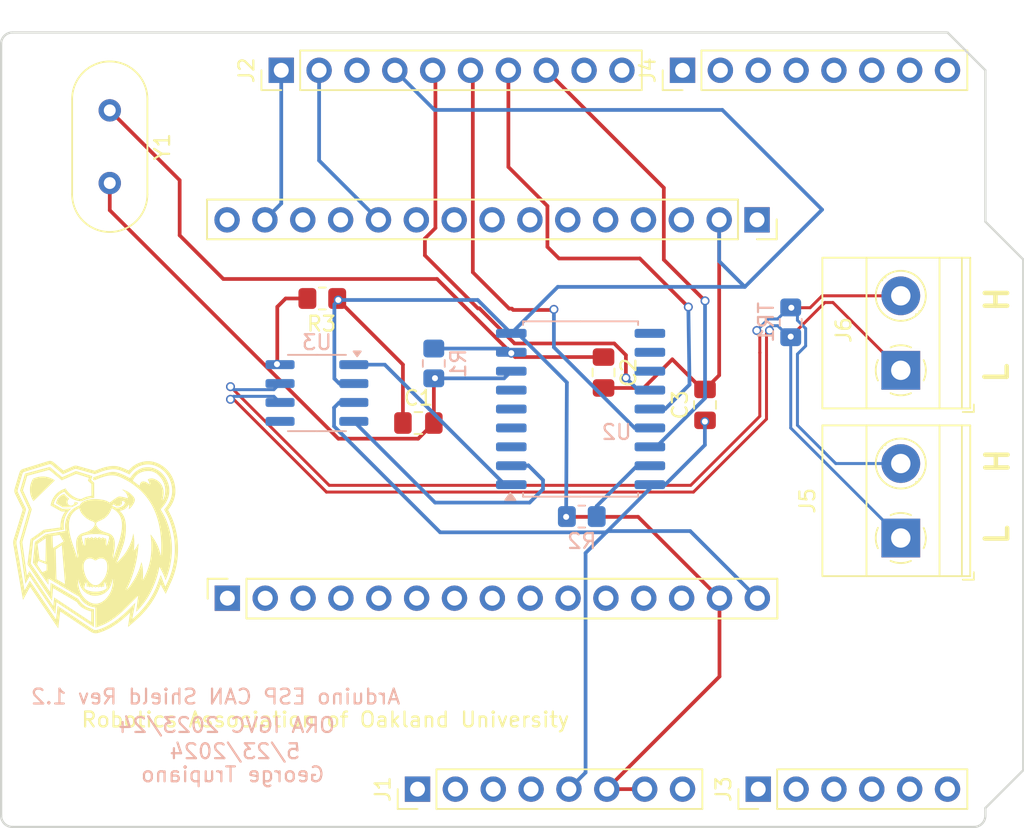
<source format=kicad_pcb>
(kicad_pcb (version 20240108) (generator "pcbnew") (generator_version "8.0")
  (title_block (date "mar. 31 mars 2015"))
  (layers (0 "F.Cu" signal) (31 "B.Cu" signal) (34 "B.Paste" user) (35 "F.Paste" user) (36 "B.SilkS" user "B.Silkscreen") (37 "F.SilkS" user "F.Silkscreen") (38 "B.Mask" user) (39 "F.Mask" user) (44 "Edge.Cuts" user))
  (net 0 "")
  (net 1 "GND")
  (net 3 "+5V")
  (net 9 "Net-(U2-OSC2)")
  (net 10 "Net-(U2-OSC1)")
  (net 23 "SCL")
  (net 24 "SDA")
  (net 25 "CAN+")
  (net 26 "CAN-")
  (net 27 "Net-(U2-~{RESET})")
  (net 28 "Net-(U3-Rs)")
  (net 53 "SCK")
  (net 55 "Net-(U2-TXCAN)")
  (net 58 "SI")
  (net 59 "INT")
  (net 63 "Net-(U2-RXCAN)")
  (net 64 "CS")
  (net 65 "SO")
  (footprint "Connector_PinHeader_2.54mm:PinHeader_1x08_P2.54mm_Vertical" (layer "F.Cu") (at 127.94 97.46 90)
    (property "Reference" "J1" (at 0 -2.33 90) (layer "F.SilkS"))
    (property "Value" "Power")
    (pad "1" thru_hole rect (at 0 0 90) (size 1.7 1.7) (drill 1) (layers "*.Cu" "*.Mask"))
    (pad "2" thru_hole oval (at 0 2.54 90) (size 1.7 1.7) (drill 1) (layers "*.Cu" "*.Mask"))
    (pad "3" thru_hole oval (at 0 5.08 90) (size 1.7 1.7) (drill 1) (layers "*.Cu" "*.Mask"))
    (pad "4" thru_hole oval (at 0 7.62 90) (size 1.7 1.7) (drill 1) (layers "*.Cu" "*.Mask"))
    (pad "5" thru_hole oval (at 0 10.16 90) (size 1.7 1.7) (drill 1) (layers "*.Cu" "*.Mask") (net 3 "+5V"))
    (pad "6" thru_hole oval (at 0 12.7 90) (size 1.7 1.7) (drill 1) (layers "*.Cu" "*.Mask") (net 1 "GND"))
    (pad "7" thru_hole oval (at 0 15.24 90) (size 1.7 1.7) (drill 1) (layers "*.Cu" "*.Mask") (net 1 "GND"))
    (pad "8" thru_hole oval (at 0 17.78 90) (size 1.7 1.7) (drill 1) (layers "*.Cu" "*.Mask"))
  )
  (footprint "Connector_PinHeader_2.54mm:PinHeader_1x06_P2.54mm_Vertical" (layer "F.Cu") (at 150.8 97.46 90)
    (property "Reference" "J3" (at 0 -2.33 90) (layer "F.SilkS"))
    (property "Value" "Analog")
    (pad "1" thru_hole rect (at 0 0 90) (size 1.7 1.7) (drill 1) (layers "*.Cu" "*.Mask"))
    (pad "2" thru_hole oval (at 0 2.54 90) (size 1.7 1.7) (drill 1) (layers "*.Cu" "*.Mask"))
    (pad "3" thru_hole oval (at 0 5.08 90) (size 1.7 1.7) (drill 1) (layers "*.Cu" "*.Mask"))
    (pad "4" thru_hole oval (at 0 7.62 90) (size 1.7 1.7) (drill 1) (layers "*.Cu" "*.Mask"))
    (pad "5" thru_hole oval (at 0 10.16 90) (size 1.7 1.7) (drill 1) (layers "*.Cu" "*.Mask"))
    (pad "6" thru_hole oval (at 0 12.7 90) (size 1.7 1.7) (drill 1) (layers "*.Cu" "*.Mask"))
  )
  (footprint "Connector_PinHeader_2.54mm:PinHeader_1x10_P2.54mm_Vertical" (layer "F.Cu") (at 118.796 49.2 90)
    (property "Reference" "J2" (at 0 -2.33 90) (layer "F.SilkS"))
    (property "Value" "Digital/PWM")
    (pad "1" thru_hole rect (at 0 0 90) (size 1.7 1.7) (drill 1) (layers "*.Cu" "*.Mask") (net 23 "SCL"))
    (pad "2" thru_hole oval (at 0 2.54 90) (size 1.7 1.7) (drill 1) (layers "*.Cu" "*.Mask") (net 24 "SDA"))
    (pad "3" thru_hole oval (at 0 5.08 90) (size 1.7 1.7) (drill 1) (layers "*.Cu" "*.Mask"))
    (pad "4" thru_hole oval (at 0 7.62 90) (size 1.7 1.7) (drill 1) (layers "*.Cu" "*.Mask") (net 1 "GND"))
    (pad "5" thru_hole oval (at 0 10.16 90) (size 1.7 1.7) (drill 1) (layers "*.Cu" "*.Mask") (net 53 "SCK"))
    (pad "6" thru_hole oval (at 0 12.7 90) (size 1.7 1.7) (drill 1) (layers "*.Cu" "*.Mask") (net 65 "SO"))
    (pad "7" thru_hole oval (at 0 15.24 90) (size 1.7 1.7) (drill 1) (layers "*.Cu" "*.Mask") (net 58 "SI"))
    (pad "8" thru_hole oval (at 0 17.78 90) (size 1.7 1.7) (drill 1) (layers "*.Cu" "*.Mask") (net 64 "CS"))
    (pad "9" thru_hole oval (at 0 20.32 90) (size 1.7 1.7) (drill 1) (layers "*.Cu" "*.Mask"))
    (pad "10" thru_hole oval (at 0 22.86 90) (size 1.7 1.7) (drill 1) (layers "*.Cu" "*.Mask"))
  )
  (footprint "Connector_PinHeader_2.54mm:PinHeader_1x08_P2.54mm_Vertical" (layer "F.Cu") (at 145.72 49.2 90)
    (property "Reference" "J4" (at 0 -2.33 90) (layer "F.SilkS"))
    (property "Value" "Digital/PWM")
    (pad "1" thru_hole rect (at 0 0 90) (size 1.7 1.7) (drill 1) (layers "*.Cu" "*.Mask"))
    (pad "2" thru_hole oval (at 0 2.54 90) (size 1.7 1.7) (drill 1) (layers "*.Cu" "*.Mask"))
    (pad "3" thru_hole oval (at 0 5.08 90) (size 1.7 1.7) (drill 1) (layers "*.Cu" "*.Mask"))
    (pad "4" thru_hole oval (at 0 7.62 90) (size 1.7 1.7) (drill 1) (layers "*.Cu" "*.Mask"))
    (pad "5" thru_hole oval (at 0 10.16 90) (size 1.7 1.7) (drill 1) (layers "*.Cu" "*.Mask"))
    (pad "6" thru_hole oval (at 0 12.7 90) (size 1.7 1.7) (drill 1) (layers "*.Cu" "*.Mask"))
    (pad "7" thru_hole oval (at 0 15.24 90) (size 1.7 1.7) (drill 1) (layers "*.Cu" "*.Mask"))
    (pad "8" thru_hole oval (at 0 17.78 90) (size 1.7 1.7) (drill 1) (layers "*.Cu" "*.Mask"))
  )
  (footprint "Capacitor_SMD:C_0805_2012Metric_Pad1.18x1.45mm_HandSolder" (layer "F.Cu") (at 147.23 71.6625 90)
    (property "Reference" "C3" (at 0 -1.68 -90) (layer "F.SilkS"))
    (property "Value" "100nF")
    (pad "1" smd roundrect (at -1.0375 0 90) (size 1.175 1.45) (layers "F.Cu" "F.Paste" "F.Mask") (roundrect_rratio 0.212766) (net 3 "+5V"))
    (pad "2" smd roundrect (at 1.0375 0 90) (size 1.175 1.45) (layers "F.Cu" "F.Paste" "F.Mask") (roundrect_rratio 0.212766) (net 1 "GND"))
  )
  (footprint "Crystal:Crystal_HC49-4H_Vertical" (layer "F.Cu") (at 107.29 51.89 -90)
    (property "Reference" "Y1" (at 2.44 -3.525 90) (layer "F.SilkS"))
    (property "Value" "8Mhz")
    (pad "1" thru_hole circle (at 0 0 270) (size 1.5 1.5) (drill 0.8) (layers "*.Cu" "*.Mask") (net 10 "Net-(U2-OSC1)"))
    (pad "2" thru_hole circle (at 4.88 0 270) (size 1.5 1.5) (drill 0.8) (layers "*.Cu" "*.Mask") (net 9 "Net-(U2-OSC2)"))
  )
  (footprint "TerminalBlock_Phoenix:TerminalBlock_Phoenix_MKDS-1,5-2_1x02_P5.00mm_Horizontal" (layer "F.Cu") (at 160.365 80.6 90)
    (property "Reference" "J5" (at 2.5 -6.26 -90) (layer "F.SilkS"))
    (property "Value" "CAN")
    (pad "1" thru_hole rect (at 0 0 90) (size 2.6 2.6) (drill 1.3) (layers "*.Cu" "*.Mask") (net 26 "CAN-"))
    (pad "2" thru_hole circle (at 5 0 90) (size 2.6 2.6) (drill 1.3) (layers "*.Cu" "*.Mask") (net 25 "CAN+"))
  )
  (footprint "Capacitor_SMD:C_0805_2012Metric_Pad1.18x1.45mm_HandSolder" (layer "F.Cu") (at 140.42 69.49 -90)
    (property "Reference" "C2" (at 0 -1.68 90) (layer "F.SilkS"))
    (property "Value" "22uF")
    (pad "1" smd roundrect (at -1.0375 0 270) (size 1.175 1.45) (layers "F.Cu" "F.Paste" "F.Mask") (roundrect_rratio 0.212766) (net 10 "Net-(U2-OSC1)"))
    (pad "2" smd roundrect (at 1.0375 0 270) (size 1.175 1.45) (layers "F.Cu" "F.Paste" "F.Mask") (roundrect_rratio 0.212766) (net 1 "GND"))
  )
  (footprint "TerminalBlock_Phoenix:TerminalBlock_Phoenix_MKDS-1,5-2_1x02_P5.00mm_Horizontal" (layer "F.Cu") (at 160.365 69.34 90)
    (property "Reference" "J6" (at 2.7 -3.835 -90) (layer "F.SilkS"))
    (property "Value" "CAN")
    (pad "1" thru_hole rect (at 0 0 90) (size 2.6 2.6) (drill 1.3) (layers "*.Cu" "*.Mask") (net 26 "CAN-"))
    (pad "2" thru_hole circle (at 5 0 90) (size 2.6 2.6) (drill 1.3) (layers "*.Cu" "*.Mask") (net 25 "CAN+"))
  )
  (footprint "Capacitor_SMD:C_0805_2012Metric_Pad1.18x1.45mm_HandSolder" (layer "F.Cu") (at 127.9975 72.88)
    (property "Reference" "C1" (at 0 -1.68 0) (layer "F.SilkS"))
    (property "Value" "22uF")
    (pad "1" smd roundrect (at -1.0375 0) (size 1.175 1.45) (layers "F.Cu" "F.Paste" "F.Mask") (roundrect_rratio 0.212766) (net 1 "GND"))
    (pad "2" smd roundrect (at 1.0375 0) (size 1.175 1.45) (layers "F.Cu" "F.Paste" "F.Mask") (roundrect_rratio 0.212766) (net 9 "Net-(U2-OSC2)"))
  )
  (footprint "RF_Module:ESP32_Header" (layer "F.Cu") (at 135.66 72.54 -90)
    (property "Reference" "U1" (hide yes))
    (property "Value" "ESP32-DEVKIT-V1")
    (pad "1" thru_hole rect (at -13.3 -15.06 270) (size 1.7 1.7) (drill 1) (layers "*.Cu" "*.Mask"))
    (pad "2" thru_hole oval (at -13.3 -12.52 270) (size 1.7 1.7) (drill 1) (layers "*.Cu" "*.Mask") (net 1 "GND"))
    (pad "3" thru_hole oval (at -13.3 -9.98 270) (size 1.7 1.7) (drill 1) (layers "*.Cu" "*.Mask"))
    (pad "4" thru_hole oval (at -13.3 -7.44 270) (size 1.7 1.7) (drill 1) (layers "*.Cu" "*.Mask"))
    (pad "5" thru_hole oval (at -13.3 -4.9 270) (size 1.7 1.7) (drill 1) (layers "*.Cu" "*.Mask"))
    (pad "6" thru_hole oval (at -13.3 -2.36 270) (size 1.7 1.7) (drill 1) (layers "*.Cu" "*.Mask"))
    (pad "7" thru_hole oval (at -13.3 0.18 270) (size 1.7 1.7) (drill 1) (layers "*.Cu" "*.Mask"))
    (pad "8" thru_hole oval (at -13.3 2.72 270) (size 1.7 1.7) (drill 1) (layers "*.Cu" "*.Mask"))
    (pad "9" thru_hole oval (at -13.3 5.26 270) (size 1.7 1.7) (drill 1) (layers "*.Cu" "*.Mask"))
    (pad "10" thru_hole oval (at -13.3 7.8 270) (size 1.7 1.7) (drill 1) (layers "*.Cu" "*.Mask"))
    (pad "11" thru_hole oval (at -13.3 10.34 270) (size 1.7 1.7) (drill 1) (layers "*.Cu" "*.Mask") (net 24 "SDA"))
    (pad "12" thru_hole oval (at -13.3 12.88 270) (size 1.7 1.7) (drill 1) (layers "*.Cu" "*.Mask"))
    (pad "13" thru_hole oval (at -13.3 15.42 270) (size 1.7 1.7) (drill 1) (layers "*.Cu" "*.Mask"))
    (pad "14" thru_hole oval (at -13.3 17.96 270) (size 1.7 1.7) (drill 1) (layers "*.Cu" "*.Mask") (net 23 "SCL"))
    (pad "15" thru_hole oval (at -13.3 20.5 270) (size 1.7 1.7) (drill 1) (layers "*.Cu" "*.Mask"))
    (pad "16" thru_hole rect (at 12.1 20.48 90) (size 1.7 1.7) (drill 1) (layers "*.Cu" "*.Mask"))
    (pad "17" thru_hole oval (at 12.1 17.94 90) (size 1.7 1.7) (drill 1) (layers "*.Cu" "*.Mask"))
    (pad "18" thru_hole oval (at 12.1 15.4 90) (size 1.7 1.7) (drill 1) (layers "*.Cu" "*.Mask"))
    (pad "19" thru_hole oval (at 12.1 12.86 90) (size 1.7 1.7) (drill 1) (layers "*.Cu" "*.Mask"))
    (pad "20" thru_hole oval (at 12.1 10.32 90) (size 1.7 1.7) (drill 1) (layers "*.Cu" "*.Mask"))
    (pad "21" thru_hole oval (at 12.1 7.78 90) (size 1.7 1.7) (drill 1) (layers "*.Cu" "*.Mask"))
    (pad "22" thru_hole oval (at 12.1 5.24 90) (size 1.7 1.7) (drill 1) (layers "*.Cu" "*.Mask"))
    (pad "23" thru_hole oval (at 12.1 2.7 90) (size 1.7 1.7) (drill 1) (layers "*.Cu" "*.Mask"))
    (pad "24" thru_hole oval (at 12.1 0.16 90) (size 1.7 1.7) (drill 1) (layers "*.Cu" "*.Mask"))
    (pad "25" thru_hole oval (at 12.1 -2.38 90) (size 1.7 1.7) (drill 1) (layers "*.Cu" "*.Mask"))
    (pad "26" thru_hole oval (at 12.1 -4.92 90) (size 1.7 1.7) (drill 1) (layers "*.Cu" "*.Mask"))
    (pad "27" thru_hole oval (at 12.1 -7.46 90) (size 1.7 1.7) (drill 1) (layers "*.Cu" "*.Mask"))
    (pad "28" thru_hole oval (at 12.1 -10 90) (size 1.7 1.7) (drill 1) (layers "*.Cu" "*.Mask"))
    (pad "29" thru_hole oval (at 12.1 -12.54 90) (size 1.7 1.7) (drill 1) (layers "*.Cu" "*.Mask") (net 1 "GND"))
    (pad "30" thru_hole oval (at 12.1 -15.08 90) (size 1.7 1.7) (drill 1) (layers "*.Cu" "*.Mask") (net 3 "+5V"))
  )
  (footprint "AdditionalParts:ORA_Logo_V2" (layer "F.Cu") (at 106.328194 81.268892)
    (property "Reference" "G***" (hide yes))
    (property "Value" "LOGO" (hide yes))
  )
  (footprint "Resistor_SMD:R_0805_2012Metric_Pad1.20x1.40mm_HandSolder" (layer "F.Cu") (at 121.55 64.52)
    (property "Reference" "R3" (at -0.05 1.7 0) (layer "F.SilkS"))
    (property "Value" "10k" (hide yes))
    (pad "1" smd roundrect (at -1 0) (size 1.2 1.4) (layers "F.Cu" "F.Paste" "F.Mask") (roundrect_rratio 0.208333) (net 28 "Net-(U3-Rs)"))
    (pad "2" smd roundrect (at 1 0) (size 1.2 1.4) (layers "F.Cu" "F.Paste" "F.Mask") (roundrect_rratio 0.208333) (net 1 "GND"))
  )
  (footprint "Package_SO:SOIC-18W_7.5x11.6mm_P1.27mm" (layer "B.Cu") (at 138.88 71.94)
    (property "Reference" "U2" (at 2.42 1.55 0) (layer "B.SilkS") (effects (justify mirror)))
    (property "Value" "MCP2515-xSO")
    (pad "1" smd roundrect (at -4.65 5.08) (size 2.05 0.6) (layers "B.Cu" "B.Paste" "B.Mask") (net 55 "Net-(U2-TXCAN)"))
    (pad "2" smd roundrect (at -4.65 3.81) (size 2.05 0.6) (layers "B.Cu" "B.Paste" "B.Mask") (net 63 "Net-(U2-RXCAN)"))
    (pad "3" smd roundrect (at -4.65 2.54) (size 2.05 0.6) (layers "B.Cu" "B.Paste" "B.Mask"))
    (pad "4" smd roundrect (at -4.65 1.27) (size 2.05 0.6) (layers "B.Cu" "B.Paste" "B.Mask"))
    (pad "5" smd roundrect (at -4.65 0) (size 2.05 0.6) (layers "B.Cu" "B.Paste" "B.Mask"))
    (pad "6" smd roundrect (at -4.65 -1.27) (size 2.05 0.6) (layers "B.Cu" "B.Paste" "B.Mask"))
    (pad "7" smd roundrect (at -4.65 -2.54) (size 2.05 0.6) (layers "B.Cu" "B.Paste" "B.Mask") (net 9 "Net-(U2-OSC2)"))
    (pad "8" smd roundrect (at -4.65 -3.81) (size 2.05 0.6) (layers "B.Cu" "B.Paste" "B.Mask") (net 10 "Net-(U2-OSC1)"))
    (pad "9" smd roundrect (at -4.65 -5.08) (size 2.05 0.6) (layers "B.Cu" "B.Paste" "B.Mask") (net 1 "GND"))
    (pad "10" smd roundrect (at 4.65 -5.08) (size 2.05 0.6) (layers "B.Cu" "B.Paste" "B.Mask"))
    (pad "11" smd roundrect (at 4.65 -3.81) (size 2.05 0.6) (layers "B.Cu" "B.Paste" "B.Mask"))
    (pad "12" smd roundrect (at 4.65 -2.54) (size 2.05 0.6) (layers "B.Cu" "B.Paste" "B.Mask") (net 59 "INT"))
    (pad "13" smd roundrect (at 4.65 -1.27) (size 2.05 0.6) (layers "B.Cu" "B.Paste" "B.Mask") (net 53 "SCK"))
    (pad "14" smd roundrect (at 4.65 0) (size 2.05 0.6) (layers "B.Cu" "B.Paste" "B.Mask") (net 58 "SI"))
    (pad "15" smd roundrect (at 4.65 1.27) (size 2.05 0.6) (layers "B.Cu" "B.Paste" "B.Mask") (net 65 "SO"))
    (pad "16" smd roundrect (at 4.65 2.54) (size 2.05 0.6) (layers "B.Cu" "B.Paste" "B.Mask") (net 64 "CS"))
    (pad "17" smd roundrect (at 4.65 3.81) (size 2.05 0.6) (layers "B.Cu" "B.Paste" "B.Mask") (net 27 "Net-(U2-~{RESET})"))
    (pad "18" smd roundrect (at 4.65 5.08) (size 2.05 0.6) (layers "B.Cu" "B.Paste" "B.Mask") (net 3 "+5V"))
  )
  (footprint "Resistor_SMD:R_0805_2012Metric_Pad1.20x1.40mm_HandSolder" (layer "B.Cu") (at 129.03 68.88 90)
    (property "Reference" "R1" (at 0 1.65 -90) (layer "B.SilkS") (effects (justify mirror)))
    (property "Value" "1M")
    (pad "1" smd roundrect (at -1 0 90) (size 1.2 1.4) (layers "B.Cu" "B.Paste" "B.Mask") (roundrect_rratio 0.208333) (net 9 "Net-(U2-OSC2)"))
    (pad "2" smd roundrect (at 1 0 90) (size 1.2 1.4) (layers "B.Cu" "B.Paste" "B.Mask") (roundrect_rratio 0.208333) (net 10 "Net-(U2-OSC1)"))
  )
  (footprint "Resistor_SMD:R_0805_2012Metric_Pad1.20x1.40mm_HandSolder" (layer "B.Cu") (at 152.98 66.12 -90)
    (property "Reference" "TR1" (at 0 1.65 90) (layer "B.SilkS") (effects (justify mirror)))
    (property "Value" "120")
    (pad "1" smd roundrect (at -1 0 270) (size 1.2 1.4) (layers "B.Cu" "B.Paste" "B.Mask") (roundrect_rratio 0.208333) (net 25 "CAN+"))
    (pad "2" smd roundrect (at 1 0 270) (size 1.2 1.4) (layers "B.Cu" "B.Paste" "B.Mask") (roundrect_rratio 0.208333) (net 26 "CAN-"))
  )
  (footprint "Package_SO:SOIC-8_3.9x4.9mm_P1.27mm" (layer "B.Cu") (at 121.19 70.865 180)
    (property "Reference" "U3" (at 0 3.4 180) (layer "B.SilkS") (effects (justify mirror)))
    (property "Value" "MCP2551-I-SN")
    (pad "1" smd roundrect (at -2.475 1.905 180) (size 1.95 0.6) (layers "B.Cu" "B.Paste" "B.Mask") (net 55 "Net-(U2-TXCAN)"))
    (pad "2" smd roundrect (at -2.475 0.635 180) (size 1.95 0.6) (layers "B.Cu" "B.Paste" "B.Mask") (net 1 "GND"))
    (pad "3" smd roundrect (at -2.475 -0.635 180) (size 1.95 0.6) (layers "B.Cu" "B.Paste" "B.Mask") (net 3 "+5V"))
    (pad "4" smd roundrect (at -2.475 -1.905 180) (size 1.95 0.6) (layers "B.Cu" "B.Paste" "B.Mask") (net 63 "Net-(U2-RXCAN)"))
    (pad "5" smd roundrect (at 2.475 -1.905 180) (size 1.95 0.6) (layers "B.Cu" "B.Paste" "B.Mask"))
    (pad "6" smd roundrect (at 2.475 -0.635 180) (size 1.95 0.6) (layers "B.Cu" "B.Paste" "B.Mask") (net 26 "CAN-"))
    (pad "7" smd roundrect (at 2.475 0.635 180) (size 1.95 0.6) (layers "B.Cu" "B.Paste" "B.Mask") (net 25 "CAN+"))
    (pad "8" smd roundrect (at 2.475 1.905 180) (size 1.95 0.6) (layers "B.Cu" "B.Paste" "B.Mask") (net 28 "Net-(U3-Rs)"))
  )
  (footprint "Resistor_SMD:R_0805_2012Metric_Pad1.20x1.40mm_HandSolder" (layer "B.Cu") (at 138.96 79.16)
    (property "Reference" "R2" (at 0 1.65 0) (layer "B.SilkS") (effects (justify mirror)))
    (property "Value" "10k")
    (pad "1" smd roundrect (at -1 0) (size 1.2 1.4) (layers "B.Cu" "B.Paste" "B.Mask") (roundrect_rratio 0.208333) (net 1 "GND"))
    (pad "2" smd roundrect (at 1 0) (size 1.2 1.4) (layers "B.Cu" "B.Paste" "B.Mask") (roundrect_rratio 0.208333) (net 27 "Net-(U2-~{RESET})"))
  )
  (gr_line (start 166.04 59.36) (end 168.58 61.9) (stroke (width 0.15)) (layer "Edge.Cuts"))
  (gr_line (start 100 99.238) (end 100 47.422) (stroke (width 0.15)) (layer "Edge.Cuts"))
  (gr_line (start 168.58 61.9) (end 168.58 96.19) (stroke (width 0.15)) (layer "Edge.Cuts"))
  (gr_line (start 165.278 100) (end 100.762 100) (stroke (width 0.15)) (layer "Edge.Cuts"))
  (gr_line (start 100.762 46.66) (end 163.5 46.66) (stroke (width 0.15)) (layer "Edge.Cuts"))
  (gr_arc (start 100.762 100) (mid 100.223185 99.776815) (end 100 99.238) (stroke (width 0.15)) (layer "Edge.Cuts"))
  (gr_line (start 168.58 96.19) (end 166.04 98.73) (stroke (width 0.15)) (layer "Edge.Cuts"))
  (gr_line (start 163.5 46.66) (end 166.04 49.2) (stroke (width 0.15)) (layer "Edge.Cuts"))
  (gr_arc (start 166.04 99.238) (mid 165.816815 99.776815) (end 165.278 100) (stroke (width 0.15)) (layer "Edge.Cuts"))
  (gr_line (start 166.04 49.2) (end 166.04 59.36) (stroke (width 0.15)) (layer "Edge.Cuts"))
  (gr_line (start 166.04 98.73) (end 166.04 99.238) (stroke (width 0.15)) (layer "Edge.Cuts"))
  (gr_arc (start 100 47.422) (mid 100.223185 46.883185) (end 100.762 46.66) (stroke (width 0.15)) (layer "Edge.Cuts"))
  (gr_text "Arduino ESP CAN Shield Rev 1.2" (at 126.87 91.84 -0) (layer "B.SilkS") (effects (font (size 1 1)) (justify left bottom mirror)))
  (gr_text "George Trupiano" (at 121.78 97.06 0) (layer "B.SilkS") (effects (font (size 1 1)) (justify left bottom mirror)))
  (gr_text "ORA IGVC 2023/24" (at 122.49 93.75 -0) (layer "B.SilkS") (effects (font (size 1 1)) (justify left bottom mirror)))
  (gr_text "5/23/2024\n" (at 120.17 95.51 -0) (layer "B.SilkS") (effects (font (size 1 1)) (justify left bottom mirror)))
  (gr_text "L\n" (at 167.67 70.33 90) (layer "F.SilkS") (effects (font (size 1.5 1.5) (thickness 0.3) (bold yes)) (justify left bottom)))
  (gr_text "H\n" (at 167.7 65.56 90) (layer "F.SilkS") (effects (font (size 1.5 1.5) (thickness 0.3) (bold yes)) (justify left bottom)))
  (gr_text "Robotics Association of Oakland University" (at 105.3 93.38 0) (layer "F.SilkS") (effects (font (size 1 1)) (justify left bottom)))
  (gr_text "H\n" (at 167.73 76.42 90) (layer "F.SilkS") (effects (font (size 1.5 1.5) (thickness 0.3) (bold yes)) (justify left bottom)))
  (gr_text "L\n" (at 167.7 81.19 90) (layer "F.SilkS") (effects (font (size 1.5 1.5) (thickness 0.3) (bold yes)) (justify left bottom)))
  (segment (start 137.91 79.18) (end 142.74 79.18) (width 0.25) (layer "F.Cu") (net 1))
  (segment (start 148.18 69.675) (end 148.18 59.24) (width 0.25) (layer "F.Cu") (net 1))
  (segment (start 147.23 70.625) (end 148.18 69.675) (width 0.25) (layer "F.Cu") (net 1))
  (segment (start 140.64 97.46) (end 143.18 97.46) (width 0.25) (layer "F.Cu") (net 1))
  (segment (start 126.96 68.96) (end 126.96 72.88) (width 0.25) (layer "F.Cu") (net 1))
  (segment (start 142.74 79.18) (end 148.2 84.64) (width 0.25) (layer "F.Cu") (net 1))
  (segment (start 145.035 68.605) (end 143.1125 70.5275) (width 0.25) (layer "F.Cu") (net 1))
  (segment (start 147.055 70.625) (end 147.23 70.625) (width 0.25) (layer "F.Cu") (net 1))
  (segment (start 148.2 84.64) (end 148.2 89.9) (width 0.25) (layer "F.Cu") (net 1))
  (segment (start 148.2 89.9) (end 140.64 97.46) (width 0.25) (layer "F.Cu") (net 1))
  (segment (start 122.62 64.62) (end 126.96 68.96) (width 0.25) (layer "F.Cu") (net 1))
  (segment (start 143.1125 70.5275) (end 140.42 70.5275) (width 0.25) (layer "F.Cu") (net 1))
  (segment (start 145.035 68.605) (end 147.055 70.625) (width 0.25) (layer "F.Cu") (net 1))
  (via (at 122.62 64.62) (size 0.6) (drill 0.4) (layers "F.Cu" "B.Cu") (net 1))
  (via (at 137.91 79.18) (size 0.6) (drill 0.4) (layers "F.Cu" "B.Cu") (net 1))
  (segment (start 137.91 79.18) (end 137.96 70.159092) (width 0.25) (layer "B.Cu") (net 1))
  (segment (start 122.36 69.899999) (end 122.36 64.91) (width 0.25) (layer "B.Cu") (net 1))
  (segment (start 122.690001 70.23) (end 122.36 69.899999) (width 0.25) (layer "B.Cu") (net 1))
  (segment (start 137.35 63.74) (end 134.23 66.86) (width 0.25) (layer "B.Cu") (net 1))
  (segment (start 126.416 49.2) (end 129.076 51.86) (width 0.25) (layer "B.Cu") (net 1))
  (segment (start 122.62 64.65) (end 122.62 64.62) (width 0.25) (layer "B.Cu") (net 1))
  (segment (start 122.62 64.62) (end 122.65 64.62) (width 0.25) (layer "B.Cu") (net 1))
  (segment (start 148.18 59.24) (end 148.18 62.02) (width 0.25) (layer "B.Cu") (net 1))
  (segment (start 134.22 66.86) (end 131.98 64.62) (width 0.25) (layer "B.Cu") (net 1))
  (segment (start 148.18 62.02) (end 149.9 63.74) (width 0.25) (layer "B.Cu") (net 1))
  (segment (start 123.665 70.23) (end 122.690001 70.23) (width 0.25) (layer "B.Cu") (net 1))
  (segment (start 155.085 58.555) (end 149.9 63.74) (width 0.25) (layer "B.Cu") (net 1))
  (segment (start 131.98 64.62) (end 122.62 64.62) (width 0.25) (layer "B.Cu") (net 1))
  (segment (start 122.36 64.91) (end 122.62 64.65) (width 0.25) (layer "B.Cu") (net 1))
  (segment (start 149.9 63.74) (end 137.35 63.74) (width 0.25) (layer "B.Cu") (net 1))
  (segment (start 129.076 51.86) (end 148.39 51.86) (width 0.25) (layer "B.Cu") (net 1))
  (segment (start 134.23 66.86) (end 134.22 66.86) (width 0.25) (layer "B.Cu") (net 1))
  (segment (start 137.96 79.16) (end 137.91 79.18) (width 0.25) (layer "B.Cu") (net 1))
  (segment (start 148.39 51.86) (end 155.085 58.555) (width 0.25) (layer "B.Cu") (net 1))
  (segment (start 137.96 70.159092) (end 134.660908 66.86) (width 0.25) (layer "B.Cu") (net 1))
  (segment (start 122.65 64.62) (end 122.6 64.67) (width 0.25) (layer "B.Cu") (net 1))
  (segment (start 134.660908 66.86) (end 134.23 66.86) (width 0.25) (layer "B.Cu") (net 1))
  (via (at 147.22 72.78) (size 0.6) (drill 0.4) (layers "F.Cu" "B.Cu") (net 3))
  (segment (start 139.215 81.605) (end 139.215 96.345) (width 0.25) (layer "B.Cu") (net 3))
  (segment (start 139.215 96.345) (end 138.1 97.46) (width 0.25) (layer "B.Cu") (net 3))
  (segment (start 123.665 71.5) (end 122.690001 71.5) (width 0.25) (layer "B.Cu") (net 3))
  (segment (start 129.46 80.22) (end 140.6 80.22) (width 0.25) (layer "B.Cu") (net 3))
  (segment (start 122.34 71.850001) (end 122.34 73.1) (width 0.25) (layer "B.Cu") (net 3))
  (segment (start 147.22 74.354999) (end 147.22 72.78) (width 0.25) (layer "B.Cu") (net 3))
  (segment (start 140.6 80.22) (end 140.685 80.135) (width 0.25) (layer "B.Cu") (net 3))
  (segment (start 122.690001 71.5) (end 122.34 71.850001) (width 0.25) (layer "B.Cu") (net 3))
  (segment (start 143.53 77.29) (end 143.53 77.02) (width 0.25) (layer "B.Cu") (net 3))
  (segment (start 140.685 80.135) (end 139.215 81.605) (width 0.25) (layer "B.Cu") (net 3))
  (segment (start 144.554999 77.02) (end 147.22 74.354999) (width 0.25) (layer "B.Cu") (net 3))
  (segment (start 143.53 77.02) (end 144.554999 77.02) (width 0.25) (layer "B.Cu") (net 3))
  (segment (start 146.235 80.135) (end 150.74 84.64) (width 0.25) (layer "B.Cu") (net 3))
  (segment (start 140.6 80.22) (end 143.53 77.29) (width 0.25) (layer "B.Cu") (net 3))
  (segment (start 122.34 73.1) (end 129.46 80.22) (width 0.25) (layer "B.Cu") (net 3))
  (segment (start 140.685 80.135) (end 146.235 80.135) (width 0.25) (layer "B.Cu") (net 3))
  (segment (start 129.035 73.165) (end 129.035 72.88) (width 0.25) (layer "F.Cu") (net 9))
  (segment (start 129.035 69.945) (end 129.035 72.88) (width 0.25) (layer "F.Cu") (net 9))
  (segment (start 107.29 58.593884) (end 107.29 56.77) (width 0.25) (layer "F.Cu") (net 9))
  (segment (start 127.985 73.93) (end 122.626116 73.93) (width 0.25) (layer "F.Cu") (net 9))
  (segment (start 129.035 72.88) (end 127.985 73.93) (width 0.25) (layer "F.Cu") (net 9))
  (segment (start 129.11 69.87) (end 129.035 69.945) (width 0.25) (layer "F.Cu") (net 9))
  (segment (start 122.626116 73.93) (end 107.29 58.593884) (width 0.25) (layer "F.Cu") (net 9))
  (via (at 129.11 69.87) (size 0.6) (drill 0.4) (layers "F.Cu" "B.Cu") (net 9))
  (segment (start 133.75 69.88) (end 134.23 69.4) (width 0.25) (layer "B.Cu") (net 9))
  (segment (start 129.1 69.88) (end 129.11 69.87) (width 0.25) (layer "B.Cu") (net 9))
  (segment (start 129.11 69.87) (end 129.12 69.88) (width 0.25) (layer "B.Cu") (net 9))
  (segment (start 129.12 69.88) (end 133.75 69.88) (width 0.25) (layer "B.Cu") (net 9))
  (segment (start 129.03 69.88) (end 129.1 69.88) (width 0.25) (layer "B.Cu") (net 9))
  (segment (start 134.23 68.19) (end 129.25 63.21) (width 0.25) (layer "F.Cu") (net 10))
  (segment (start 111.98 56.58) (end 107.29 51.89) (width 0.25) (layer "F.Cu") (net 10))
  (segment (start 134.4925 68.4525) (end 140.42 68.4525) (width 0.25) (layer "F.Cu") (net 10))
  (segment (start 111.98 60.28) (end 111.98 56.58) (width 0.25) (layer "F.Cu") (net 10))
  (segment (start 134.23 68.19) (end 134.4925 68.4525) (width 0.25) (layer "F.Cu") (net 10))
  (segment (start 129.25 63.21) (end 114.91 63.21) (width 0.25) (layer "F.Cu") (net 10))
  (segment (start 114.91 63.21) (end 111.98 60.28) (width 0.25) (layer "F.Cu") (net 10))
  (via (at 134.23 68.19) (size 0.6) (drill 0.4) (layers "F.Cu" "B.Cu") (net 10))
  (segment (start 134.29 68.19) (end 134.23 68.13) (width 0.25) (layer "B.Cu") (net 10))
  (segment (start 134.23 68.13) (end 134.23 68.19) (width 0.25) (layer "B.Cu") (net 10))
  (segment (start 134.23 68.19) (end 134.29 68.19) (width 0.25) (layer "B.Cu") (net 10))
  (segment (start 133.98 67.88) (end 134.23 68.13) (width 0.25) (layer "B.Cu") (net 10))
  (segment (start 129.03 67.88) (end 133.98 67.88) (width 0.25) (layer "B.Cu") (net 10))
  (segment (start 118.796 49.2) (end 118.796 58.144) (width 0.25) (layer "B.Cu") (net 23))
  (segment (start 118.796 58.144) (end 117.7 59.24) (width 0.25) (layer "B.Cu") (net 23))
  (segment (start 121.336 55.256) (end 125.32 59.24) (width 0.25) (layer "B.Cu") (net 24))
  (segment (start 121.336 49.2) (end 121.336 55.256) (width 0.25) (layer "B.Cu") (net 24))
  (segment (start 122.015 77.065) (end 146.2668 77.065) (width 0.2) (layer "F.Cu") (net 25))
  (segment (start 150.904999 68.1568) (end 150.904999 66.869999) (width 0.2) (layer "F.Cu") (net 25))
  (segment (start 150.905 68.156801) (end 150.904999 68.1568) (width 0.2) (layer "F.Cu") (net 25))
  (segment (start 115.39 70.44) (end 122.015 77.065) (width 0.2) (layer "F.Cu") (net 25))
  (segment (start 154.283603 65.14) (end 153.02 65.14) (width 0.2) (layer "F.Cu") (net 25))
  (segment (start 150.905 72.4268) (end 150.905 68.156801) (width 0.2) (layer "F.Cu") (net 25))
  (segment (start 155.083603 64.34) (end 154.283603 65.14) (width 0.2) (layer "F.Cu") (net 25))
  (segment (start 160.365 64.34) (end 155.083603 64.34) (width 0.2) (layer "F.Cu") (net 25))
  (segment (start 150.904999 66.869999) (end 150.705 66.67) (width 0.2) (layer "F.Cu") (net 25))
  (segment (start 146.2668 77.065) (end 150.905 72.4268) (width 0.2) (layer "F.Cu") (net 25))
  (via (at 115.39 70.44) (size 0.6) (drill 0.4) (layers "F.Cu" "B.Cu") (net 25))
  (via (at 150.705 66.67) (size 0.6) (drill 0.4) (layers "F.Cu" "B.Cu") (net 25))
  (via (at 153.02 65.14) (size 0.6) (drill 0.4) (layers "F.Cu" "B.Cu") (net 25))
  (segment (start 151.48 65.895) (end 152.105 65.895) (width 0.2) (layer "B.Cu") (net 25))
  (segment (start 118.715 70.23) (end 118.305001 70.639999) (width 0.2) (layer "B.Cu") (net 25))
  (segment (start 156.001397 75.6) (end 160.365 75.6) (width 0.2) (layer "B.Cu") (net 25))
  (segment (start 153 65.14) (end 153.02 65.14) (width 0.2) (layer "B.Cu") (net 25))
  (segment (start 153.02 65.14) (end 153.02 65.16) (width 0.2) (layer "B.Cu") (net 25))
  (segment (start 153.43 68.254744) (end 153.43 73.028603) (width 0.2) (layer "B.Cu") (net 25))
  (segment (start 152.98 65.12) (end 153 65.14) (width 0.2) (layer "B.Cu") (net 25))
  (segment (start 153.43 65.985256) (end 153.98 66.535256) (width 0.2) (layer "B.Cu") (net 25))
  (segment (start 153.43 65.57) (end 153.43 65.985256) (width 0.2) (layer "B.Cu") (net 25))
  (segment (start 153.43 73.028603) (end 156.001397 75.6) (width 0.2) (layer "B.Cu") (net 25))
  (segment (start 153.02 65.16) (end 153.43 65.57) (width 0.2) (layer "B.Cu") (net 25))
  (segment (start 153.98 67.704744) (end 153.43 68.254744) (width 0.2) (layer "B.Cu") (net 25))
  (segment (start 118.305001 70.639999) (end 115.589999 70.639999) (width 0.2) (layer "B.Cu") (net 25))
  (segment (start 152.88 65.12) (end 152.98 65.12) (width 0.2) (layer "B.Cu") (net 25))
  (segment (start 115.589999 70.639999) (end 115.39 70.44) (width 0.2) (layer "B.Cu") (net 25))
  (segment (start 152.105 65.895) (end 152.88 65.12) (width 0.2) (layer "B.Cu") (net 25))
  (segment (start 153.98 66.535256) (end 153.98 67.704744) (width 0.2) (layer "B.Cu") (net 25))
  (segment (start 150.705 66.67) (end 151.48 65.895) (width 0.2) (layer "B.Cu") (net 25))
  (segment (start 151.355 68.343199) (end 151.355001 68.343198) (width 0.2) (layer "F.Cu") (net 26))
  (segment (start 155.815001 64.790001) (end 155.269999 64.790001) (width 0.2) (layer "F.Cu") (net 26))
  (segment (start 146.4532 77.515) (end 151.355 72.6132) (width 0.2) (layer "F.Cu") (net 26))
  (segment (start 115.39 71.29) (end 115.603603 71.29) (width 0.2) (layer "F.Cu") (net 26))
  (segment (start 151.355001 66.869999) (end 151.555 66.67) (width 0.2) (layer "F.Cu") (net 26))
  (segment (start 155.269999 64.790001) (end 152.98 67.08) (width 0.2) (layer "F.Cu") (net 26))
  (segment (start 151.355001 68.343198) (end 151.355001 66.869999) (width 0.2) (layer "F.Cu") (net 26))
  (segment (start 115.603603 71.29) (end 121.828603 77.515) (width 0.2) (layer "F.Cu") (net 26))
  (segment (start 160.365 69.34) (end 155.815001 64.790001) (width 0.2) (layer "F.Cu") (net 26))
  (segment (start 151.355 72.6132) (end 151.355 68.343199) (width 0.2) (layer "F.Cu") (net 26))
  (segment (start 160.365 80.6) (end 159.915 80.15) (width 0.2) (layer "F.Cu") (net 26))
  (segment (start 121.828603 77.515) (end 146.4532 77.515) (width 0.2) (layer "F.Cu") (net 26))
  (via (at 151.555 66.67) (size 0.6) (drill 0.4) (layers "F.Cu" "B.Cu") (net 26))
  (via (at 152.98 67.08) (size 0.6) (drill 0.4) (layers "F.Cu" "B.Cu") (net 26))
  (via (at 115.39 71.29) (size 0.6) (drill 0.4) (layers "F.Cu" "B.Cu") (net 26))
  (segment (start 152.98 67.12) (end 152.98 73.215) (width 0.2) (layer "B.Cu") (net 26))
  (segment (start 115.589999 71.090001) (end 115.39 71.29) (width 0.2) (layer "B.Cu") (net 26))
  (segment (start 151.666397 66.345) (end 152.105 66.345) (width 0.2) (layer "B.Cu") (net 26))
  (segment (start 152.88 67.12) (end 152.98 67.08) (width 0.2) (layer "B.Cu") (net 26))
  (segment (start 151.555 66.67) (end 151.555 66.456397) (width 0.2) (layer "B.Cu") (net 26))
  (segment (start 152.98 73.215) (end 160.365 80.6) (width 0.2) (layer "B.Cu") (net 26))
  (segment (start 152.98 67.08) (end 152.98 67.12) (width 0.2) (layer "B.Cu") (net 26))
  (segment (start 118.715 71.5) (end 118.305001 71.090001) (width 0.2) (layer "B.Cu") (net 26))
  (segment (start 152.105 66.345) (end 152.88 67.12) (width 0.2) (layer "B.Cu") (net 26))
  (segment (start 118.305001 71.090001) (end 115.589999 71.090001) (width 0.2) (layer "B.Cu") (net 26))
  (segment (start 151.555 66.456397) (end 151.666397 66.345) (width 0.2) (layer "B.Cu") (net 26))
  (segment (start 139.96 79.16) (end 139.96 78.46) (width 0.25) (layer "B.Cu") (net 27))
  (segment (start 139.96 78.46) (end 142.67 75.75) (width 0.25) (layer "B.Cu") (net 27))
  (segment (start 142.67 75.75) (end 143.53 75.75) (width 0.25) (layer "B.Cu") (net 27))
  (segment (start 118.58 68.93) (end 118.61 68.96) (width 0.25) (layer "F.Cu") (net 28))
  (segment (start 118.53 65.08) (end 118.53 68.88) (width 0.25) (layer "F.Cu") (net 28))
  (segment (start 118.51 68.93) (end 118.58 68.93) (width 0.25) (layer "F.Cu") (net 28))
  (segment (start 118.51 68.86) (end 118.51 68.93) (width 0.25) (layer "F.Cu") (net 28))
  (segment (start 119.09 64.52) (end 118.53 65.08) (width 0.25) (layer "F.Cu") (net 28))
  (segment (start 118.53 68.88) (end 118.51 68.86) (width 0.25) (layer "F.Cu") (net 28))
  (segment (start 120.55 64.52) (end 119.09 64.52) (width 0.25) (layer "F.Cu") (net 28))
  (via (at 118.51 68.93) (size 0.6) (drill 0.4) (layers "F.Cu" "B.Cu") (net 28))
  (segment (start 134.45 67.54) (end 141.1401 67.54) (width 0.25) (layer "F.Cu") (net 53))
  (segment (start 141.1401 67.54) (end 141.92 68.3199) (width 0.25) (layer "F.Cu") (net 53))
  (segment (start 132.0949 65.1849) (end 134.45 67.54) (width 0.25) (layer "F.Cu") (net 53))
  (segment (start 131.9949 65.1849) (end 132.0949 65.1849) (width 0.25) (layer "F.Cu") (net 53))
  (segment (start 128.435 60.493299) (end 128.435 61.625) (width 0.25) (layer "F.Cu") (net 53))
  (segment (start 128.435 61.625) (end 131.9949 65.1849) (width 0.25) (layer "F.Cu") (net 53))
  (segment (start 129.14 59.788299) (end 128.435 60.493299) (width 0.25) (layer "F.Cu") (net 53))
  (segment (start 129.14 49.384) (end 129.14 59.788299) (width 0.25) (layer "F.Cu") (net 53))
  (segment (start 128.956 49.2) (end 129.14 49.384) (width 0.25) (layer "F.Cu") (net 53))
  (segment (start 141.92 68.3199) (end 141.92 69.85) (width 0.25) (layer "F.Cu") (net 53))
  (segment (start 141.92 69.85) (end 141.9 69.79) (width 0.25) (layer "F.Cu") (net 53))
  (via (at 141.92 69.85) (size 0.6) (drill 0.4) (layers "F.Cu" "B.Cu") (net 53))
  (segment (start 142.74 70.67) (end 141.92 69.85) (width 0.25) (layer "B.Cu") (net 53))
  (segment (start 143.53 70.67) (end 142.74 70.67) (width 0.25) (layer "B.Cu") (net 53))
  (segment (start 125.739092 68.96) (end 133.799092 77.02) (width 0.25) (layer "B.Cu") (net 55))
  (segment (start 133.799092 77.02) (end 134.23 77.02) (width 0.25) (layer "B.Cu") (net 55))
  (segment (start 123.665 68.96) (end 125.739092 68.96) (width 0.25) (layer "B.Cu") (net 55))
  (segment (start 136.655 58.309) (end 136.655 61.056701) (width 0.25) (layer "F.Cu") (net 58))
  (segment (start 134.036 55.69) (end 136.655 58.309) (width 0.25) (layer "F.Cu") (net 58))
  (segment (start 137.433299 61.835) (end 142.855 61.835) (width 0.25) (layer "F.Cu") (net 58))
  (segment (start 136.655 61.056701) (end 137.433299 61.835) (width 0.25) (layer "F.Cu") (net 58))
  (segment (start 142.855 61.835) (end 146.11 65.09) (width 0.25) (layer "F.Cu") (net 58))
  (segment (start 134.036 49.2) (end 134.036 55.69) (width 0.25) (layer "F.Cu") (net 58))
  (via (at 146.11 65.09) (size 0.6) (drill 0.4) (layers "F.Cu" "B.Cu") (net 58))
  (segment (start 144.554999 71.94) (end 146.19 70.304999) (width 0.25) (layer "B.Cu") (net 58))
  (segment (start 146.11 65.09) (end 146.19 65.01) (width 0.25) (layer "B.Cu") (net 58))
  (segment (start 146.19 70.304999) (end 146.11 65.09) (width 0.25) (layer "B.Cu") (net 58))
  (segment (start 143.53 71.94) (end 144.554999 71.94) (width 0.25) (layer "B.Cu") (net 58))
  (segment (start 135.46 78.22) (end 136.36 77.32) (width 0.25) (layer "B.Cu") (net 63))
  (segment (start 135.34 75.75) (end 134.23 75.75) (width 0.25) (layer "B.Cu") (net 63))
  (segment (start 136.36 76.71) (end 135.37 75.72) (width 0.25) (layer "B.Cu") (net 63))
  (segment (start 129.115 78.22) (end 135.46 78.22) (width 0.25) (layer "B.Cu") (net 63))
  (segment (start 135.37 75.72) (end 135.34 75.75) (width 0.25) (layer "B.Cu") (net 63))
  (segment (start 123.665 72.77) (end 129.115 78.22) (width 0.25) (layer "B.Cu") (net 63))
  (segment (start 136.36 77.32) (end 136.36 76.71) (width 0.25) (layer "B.Cu") (net 63))
  (segment (start 147.23 64.5) (end 147.23 64.68) (width 0.25) (layer "F.Cu") (net 64))
  (segment (start 144.465 57.089) (end 136.576 49.2) (width 0.25) (layer "F.Cu") (net 64))
  (segment (start 144.465 61.915) (end 144.465 57.089) (width 0.25) (layer "F.Cu") (net 64))
  (segment (start 147.41 64.68) (end 147.35 64.62) (width 0.25) (layer "F.Cu") (net 64))
  (segment (start 147.23 64.68) (end 147.41 64.68) (width 0.25) (layer "F.Cu") (net 64))
  (segment (start 147.23 64.68) (end 144.465 61.915) (width 0.25) (layer "F.Cu") (net 64))
  (via (at 147.23 64.68) (size 0.6) (drill 0.4) (layers "F.Cu" "B.Cu") (net 64))
  (segment (start 147.23 71.210908) (end 143.960908 74.48) (width 0.25) (layer "B.Cu") (net 64))
  (segment (start 147.23 64.68) (end 147.23 71.210908) (width 0.25) (layer "B.Cu") (net 64))
  (segment (start 143.960908 74.48) (end 143.53 74.48) (width 0.25) (layer "B.Cu") (net 64))
  (segment (start 136.99 65.29) (end 137.09 65.25) (width 0.25) (layer "F.Cu") (net 65))
  (segment (start 134.27 65.2) (end 134.36 65.29) (width 0.25) (layer "F.Cu") (net 65))
  (segment (start 131.65 62.76) (end 134.09 65.2) (width 0.25) (layer "F.Cu") (net 65))
  (segment (start 137.07 65.29) (end 137.03 65.29) (width 0.25) (layer "F.Cu") (net 65))
  (segment (start 134.09 65.2) (end 134.27 65.2) (width 0.25) (layer "F.Cu") (net 65))
  (segment (start 134.36 65.29) (end 136.99 65.29) (width 0.25) (layer "F.Cu") (net 65))
  (segment (start 137.09 65.25) (end 137.07 65.29) (width 0.25) (layer "F.Cu") (net 65))
  (segment (start 131.65 49.354) (end 131.65 62.76) (width 0.25) (layer "F.Cu") (net 65))
  (segment (start 131.496 49.2) (end 131.65 49.354) (width 0.25) (layer "F.Cu") (net 65))
  (via (at 137.09 65.25) (size 0.6) (drill 0.4) (layers "F.Cu" "B.Cu") (net 65))
  (segment (start 142.505001 73.21) (end 137.09 67.794999) (width 0.25) (layer "B.Cu") (net 65))
  (segment (start 137.09 67.794999) (end 137.09 65.25) (width 0.25) (layer "B.Cu") (net 65))
  (segment (start 143.53 73.21) (end 142.505001 73.21) (width 0.25) (layer "B.Cu") (net 65))
)
</source>
